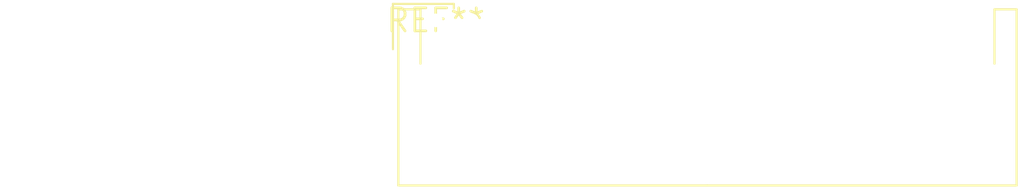
<source format=kicad_pcb>
(kicad_pcb (version 20240108) (generator pcbnew)
  (layers (0 "F.Cu" signal) (31 "B.Cu" signal) (34 "B.Paste" user) (35 "F.Paste" user) (36 "B.SilkS" user "B.Silkscreen") (37 "F.SilkS" user "F.Silkscreen") (38 "B.Mask" user) (39 "F.Mask" user) (44 "Edge.Cuts" user))
  (net 0 "")
  (footprint "JST_PHD_S32B-PHDSS_2x16_P2.00mm_Horizontal" (layer "F.Cu") (at 0 0)
    (property "Reference" "REF**")
    (property "Value" "JST_PHD_S32B-PHDSS_2x16_P2.00mm_Horizontal")
    (fp_line (start -2.36 -0.91) (end -2.36 1.59) (layer "F.SilkS") (stroke (width 0.12)))
    (fp_line (start -2.06 -0.61) (end -2.06 9.11) (layer "F.SilkS") (stroke (width 0.12)))
    (fp_line (start -2.06 9.11) (end 15 9.11) (layer "F.SilkS") (stroke (width 0.12)))
    (fp_line (start -0.84 -0.61) (end -2.06 -0.61) (layer "F.SilkS") (stroke (width 0.12)))
    (fp_line (start -0.84 2.39) (end -0.84 -0.61) (layer "F.SilkS") (stroke (width 0.12)))
    (fp_line (start 1 -0.91) (end -2.36 -0.91) (layer "F.SilkS") (stroke (width 0.12)))
    (fp_line (start 1 -0.66) (end 1 -0.91) (layer "F.SilkS") (stroke (width 0.12)))
    (fp_line (start 30.84 -0.61) (end 32.06 -0.61) (layer "F.SilkS") (stroke (width 0.12)))
    (fp_line (start 30.84 2.39) (end 30.84 -0.61) (layer "F.SilkS") (stroke (width 0.12)))
    (fp_line (start 32.06 -0.61) (end 32.06 9.11) (layer "F.SilkS") (stroke (width 0.12)))
    (fp_line (start 32.06 9.11) (end 15 9.11) (layer "F.SilkS") (stroke (width 0.12)))
    (pad "1" thru_hole roundrect (at 0 0) (size 1.2 1.2) (drill 0.75) (layers *.Cu *.Mask) (remove_unused_layers) (roundrect_rratio 0.208333))
    (pad "2" thru_hole circle (at 0 2) (size 1.2 1.2) (drill 0.75) (layers *.Cu *.Mask) (remove_unused_layers))
    (pad "3" thru_hole circle (at 2 0) (size 1.2 1.2) (drill 0.75) (layers *.Cu *.Mask) (remove_unused_layers))
    (pad "4" thru_hole circle (at 2 2) (size 1.2 1.2) (drill 0.75) (layers *.Cu *.Mask) (remove_unused_layers))
    (pad "5" thru_hole circle (at 4 0) (size 1.2 1.2) (drill 0.75) (layers *.Cu *.Mask) (remove_unused_layers))
    (pad "6" thru_hole circle (at 4 2) (size 1.2 1.2) (drill 0.75) (layers *.Cu *.Mask) (remove_unused_layers))
    (pad "7" thru_hole circle (at 6 0) (size 1.2 1.2) (drill 0.75) (layers *.Cu *.Mask) (remove_unused_layers))
    (pad "8" thru_hole circle (at 6 2) (size 1.2 1.2) (drill 0.75) (layers *.Cu *.Mask) (remove_unused_layers))
    (pad "9" thru_hole circle (at 8 0) (size 1.2 1.2) (drill 0.75) (layers *.Cu *.Mask) (remove_unused_layers))
    (pad "10" thru_hole circle (at 8 2) (size 1.2 1.2) (drill 0.75) (layers *.Cu *.Mask) (remove_unused_layers))
    (pad "11" thru_hole circle (at 10 0) (size 1.2 1.2) (drill 0.75) (layers *.Cu *.Mask) (remove_unused_layers))
    (pad "12" thru_hole circle (at 10 2) (size 1.2 1.2) (drill 0.75) (layers *.Cu *.Mask) (remove_unused_layers))
    (pad "13" thru_hole circle (at 12 0) (size 1.2 1.2) (drill 0.75) (layers *.Cu *.Mask) (remove_unused_layers))
    (pad "14" thru_hole circle (at 12 2) (size 1.2 1.2) (drill 0.75) (layers *.Cu *.Mask) (remove_unused_layers))
    (pad "15" thru_hole circle (at 14 0) (size 1.2 1.2) (drill 0.75) (layers *.Cu *.Mask) (remove_unused_layers))
    (pad "16" thru_hole circle (at 14 2) (size 1.2 1.2) (drill 0.75) (layers *.Cu *.Mask) (remove_unused_layers))
    (pad "17" thru_hole circle (at 16 0) (size 1.2 1.2) (drill 0.75) (layers *.Cu *.Mask) (remove_unused_layers))
    (pad "18" thru_hole circle (at 16 2) (size 1.2 1.2) (drill 0.75) (layers *.Cu *.Mask) (remove_unused_layers))
    (pad "19" thru_hole circle (at 18 0) (size 1.2 1.2) (drill 0.75) (layers *.Cu *.Mask) (remove_unused_layers))
    (pad "20" thru_hole circle (at 18 2) (size 1.2 1.2) (drill 0.75) (layers *.Cu *.Mask) (remove_unused_layers))
    (pad "21" thru_hole circle (at 20 0) (size 1.2 1.2) (drill 0.75) (layers *.Cu *.Mask) (remove_unused_layers))
    (pad "22" thru_hole circle (at 20 2) (size 1.2 1.2) (drill 0.75) (layers *.Cu *.Mask) (remove_unused_layers))
    (pad "23" thru_hole circle (at 22 0) (size 1.2 1.2) (drill 0.75) (layers *.Cu *.Mask) (remove_unused_layers))
    (pad "24" thru_hole circle (at 22 2) (size 1.2 1.2) (drill 0.75) (layers *.Cu *.Mask) (remove_unused_layers))
    (pad "25" thru_hole circle (at 24 0) (size 1.2 1.2) (drill 0.75) (layers *.Cu *.Mask) (remove_unused_layers))
    (pad "26" thru_hole circle (at 24 2) (size 1.2 1.2) (drill 0.75) (layers *.Cu *.Mask) (remove_unused_layers))
    (pad "27" thru_hole circle (at 26 0) (size 1.2 1.2) (drill 0.75) (layers *.Cu *.Mask) (remove_unused_layers))
    (pad "28" thru_hole circle (at 26 2) (size 1.2 1.2) (drill 0.75) (layers *.Cu *.Mask) (remove_unused_layers))
    (pad "29" thru_hole circle (at 28 0) (size 1.2 1.2) (drill 0.75) (layers *.Cu *.Mask) (remove_unused_layers))
    (pad "30" thru_hole circle (at 28 2) (size 1.2 1.2) (drill 0.75) (layers *.Cu *.Mask) (remove_unused_layers))
    (pad "31" thru_hole circle (at 30 0) (size 1.2 1.2) (drill 0.75) (layers *.Cu *.Mask) (remove_unused_layers))
    (pad "32" thru_hole circle (at 30 2) (size 1.2 1.2) (drill 0.75) (layers *.Cu *.Mask) (remove_unused_layers))
  )
)
</source>
